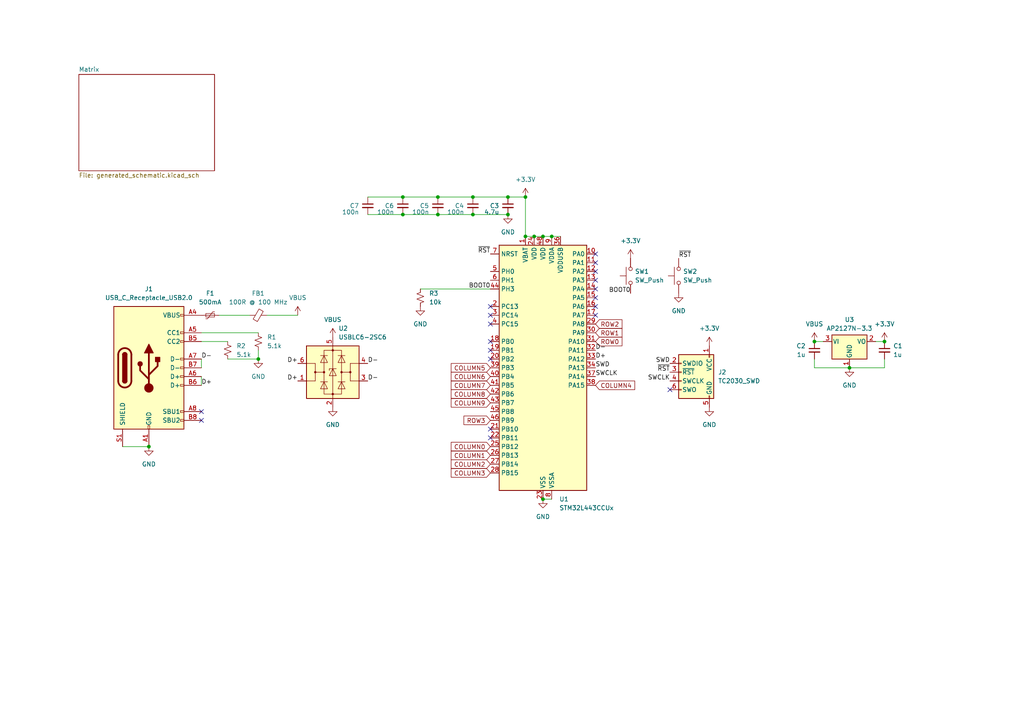
<source format=kicad_sch>
(kicad_sch (version 20230121) (generator eeschema)
  (paper "A4")
  (lib_symbols
    (symbol "Connector:USB_C_Receptacle_USB2.0" (pin_names (offset 1.016))
      (property "Reference" "J" (at -10.16 19.05 0))
      (property "Value" "USB_C_Receptacle_USB2.0" (at 19.05 19.05 0))
      (symbol "USB_C_Receptacle_USB2.0_0_0"
        (rectangle (start -0.254 -17.78) (end 0.254 -16.764))
        (rectangle (start 10.16 -14.986) (end 9.144 -15.494))
        (rectangle (start 10.16 -12.446) (end 9.144 -12.954))
        (rectangle (start 10.16 -4.826) (end 9.144 -5.334))
        (rectangle (start 10.16 -2.286) (end 9.144 -2.794))
        (rectangle (start 10.16 0.254) (end 9.144 -0.254))
        (rectangle (start 10.16 2.794) (end 9.144 2.286))
        (rectangle (start 10.16 7.874) (end 9.144 7.366))
        (rectangle (start 10.16 10.414) (end 9.144 9.906))
        (rectangle (start 10.16 15.494) (end 9.144 14.986))
      )
      (symbol "USB_C_Receptacle_USB2.0_0_1"
        (rectangle (start -10.16 17.78) (end 10.16 -17.78) (stroke (width 0.254)) (fill (type background)))
        (arc (start -8.89 -3.81) (mid -6.985 -5.7067) (end -5.08 -3.81) (stroke (width 0.508)))
        (arc (start -7.62 -3.81) (mid -6.985 -4.4423) (end -6.35 -3.81) (stroke (width 0.254)))
        (arc (start -7.62 -3.81) (mid -6.985 -4.4423) (end -6.35 -3.81) (stroke (width 0.254)) (fill (type outline)))
        (rectangle (start -7.62 -3.81) (end -6.35 3.81) (stroke (width 0.254)) (fill (type outline)))
        (arc (start -6.35 3.81) (mid -6.985 4.4423) (end -7.62 3.81) (stroke (width 0.254)))
        (arc (start -6.35 3.81) (mid -6.985 4.4423) (end -7.62 3.81) (stroke (width 0.254)) (fill (type outline)))
        (arc (start -5.08 3.81) (mid -6.985 5.7067) (end -8.89 3.81) (stroke (width 0.508)))
        (circle (center -2.54 1.143) (radius 0.635) (stroke (width 0.254)) (fill (type outline)))
        (circle (center 0 -5.842) (radius 1.27) (fill (type outline)))
        (polyline (pts (xy -8.89 -3.81) (xy -8.89 3.81)) (stroke (width 0.508)))
        (polyline (pts (xy -5.08 3.81) (xy -5.08 -3.81)) (stroke (width 0.508)))
        (polyline (pts (xy 0 -5.842) (xy 0 4.318)) (stroke (width 0.508)))
        (polyline (pts (xy 0 -3.302) (xy -2.54 -0.762) (xy -2.54 0.508)) (stroke (width 0.508)))
        (polyline (pts (xy 0 -2.032) (xy 2.54 0.508) (xy 2.54 1.778)) (stroke (width 0.508)))
        (polyline (pts (xy -1.27 4.318) (xy 0 6.858) (xy 1.27 4.318) (xy -1.27 4.318)) (stroke (width 0.254)) (fill (type outline)))
        (rectangle (start 1.905 1.778) (end 3.175 3.048) (stroke (width 0.254)) (fill (type outline)))
      )
      (symbol "USB_C_Receptacle_USB2.0_1_1"
        (pin passive line (at 0 -22.86 90) (length 5.08) (name "GND") (number "A1"))
        (pin passive line (at 0 -22.86 90) (length 5.08) hide (name "GND") (number "A12"))
        (pin passive line (at 15.24 15.24 180) (length 5.08) (name "VBUS") (number "A4"))
        (pin bidirectional line (at 15.24 10.16 180) (length 5.08) (name "CC1") (number "A5"))
        (pin bidirectional line (at 15.24 -2.54 180) (length 5.08) (name "D+") (number "A6"))
        (pin bidirectional line (at 15.24 2.54 180) (length 5.08) (name "D-") (number "A7"))
        (pin bidirectional line (at 15.24 -12.7 180) (length 5.08) (name "SBU1") (number "A8"))
        (pin passive line (at 15.24 15.24 180) (length 5.08) hide (name "VBUS") (number "A9"))
        (pin passive line (at 0 -22.86 90) (length 5.08) hide (name "GND") (number "B1"))
        (pin passive line (at 0 -22.86 90) (length 5.08) hide (name "GND") (number "B12"))
        (pin passive line (at 15.24 15.24 180) (length 5.08) hide (name "VBUS") (number "B4"))
        (pin bidirectional line (at 15.24 7.62 180) (length 5.08) (name "CC2") (number "B5"))
        (pin bidirectional line (at 15.24 -5.08 180) (length 5.08) (name "D+") (number "B6"))
        (pin bidirectional line (at 15.24 0 180) (length 5.08) (name "D-") (number "B7"))
        (pin bidirectional line (at 15.24 -15.24 180) (length 5.08) (name "SBU2") (number "B8"))
        (pin passive line (at 15.24 15.24 180) (length 5.08) hide (name "VBUS") (number "B9"))
        (pin passive line (at -7.62 -22.86 90) (length 5.08) (name "SHIELD") (number "S1"))
      )
    )
    (symbol "Device:C_Small" (pin_numbers hide) (pin_names (offset 0.254) hide)
      (property "Reference" "C" (at 0.254 1.778 0))
      (property "Value" "C_Small" (at 0.254 -2.032 0))
      (symbol "C_Small_0_1"
        (polyline (pts (xy -1.524 -0.508) (xy 1.524 -0.508)) (stroke (width 0.3302)))
        (polyline (pts (xy -1.524 0.508) (xy 1.524 0.508)) (stroke (width 0.3048)))
      )
      (symbol "C_Small_1_1"
        (pin passive line (at 0 2.54 270) (length 2.032) (name "~") (number "1"))
        (pin passive line (at 0 -2.54 90) (length 2.032) (name "~") (number "2"))
      )
    )
    (symbol "Device:FerriteBead_Small" (pin_numbers hide) (pin_names (offset 0))
      (property "Reference" "FB" (at 1.905 1.27 0))
      (property "Value" "FerriteBead_Small" (at 1.905 -1.27 0))
      (symbol "FerriteBead_Small_0_1"
        (polyline (pts (xy 0 -1.27) (xy 0 -0.7874)))
        (polyline (pts (xy 0 0.889) (xy 0 1.2954)))
        (polyline (pts (xy -1.8288 0.2794) (xy -1.1176 1.4986) (xy 1.8288 -0.2032) (xy 1.1176 -1.4224) (xy -1.8288 0.2794)))
      )
      (symbol "FerriteBead_Small_1_1"
        (pin passive line (at 0 2.54 270) (length 1.27) (name "~") (number "1"))
        (pin passive line (at 0 -2.54 90) (length 1.27) (name "~") (number "2"))
      )
    )
    (symbol "Device:Polyfuse_Small" (pin_numbers hide) (pin_names (offset 0))
      (property "Reference" "F" (at -1.905 0 90))
      (property "Value" "Polyfuse_Small" (at 1.905 0 90))
      (symbol "Polyfuse_Small_0_1"
        (rectangle (start -0.508 1.27) (end 0.508 -1.27))
        (polyline (pts (xy 0 2.54) (xy 0 -2.54)))
        (polyline (pts (xy -1.016 1.27) (xy -1.016 0.762) (xy 1.016 -0.762) (xy 1.016 -1.27)))
      )
      (symbol "Polyfuse_Small_1_1"
        (pin passive line (at 0 2.54 270) (length 0.635) (name "~") (number "1"))
        (pin passive line (at 0 -2.54 90) (length 0.635) (name "~") (number "2"))
      )
    )
    (symbol "Device:R_Small_US" (pin_numbers hide) (pin_names (offset 0.254) hide)
      (property "Reference" "R" (at 0.762 0.508 0))
      (property "Value" "R_Small_US" (at 0.762 -1.016 0))
      (symbol "R_Small_US_1_1"
        (polyline (pts (xy 0 0) (xy 1.016 -0.381) (xy 0 -0.762) (xy -1.016 -1.143) (xy 0 -1.524)))
        (polyline (pts (xy 0 1.524) (xy 1.016 1.143) (xy 0 0.762) (xy -1.016 0.381) (xy 0 0)))
        (pin passive line (at 0 2.54 270) (length 1.016) (name "~") (number "1"))
        (pin passive line (at 0 -2.54 90) (length 1.016) (name "~") (number "2"))
      )
    )
    (symbol "MCU_ST_STM32L4:STM32L443CCUx"
      (property "Reference" "U" (at -12.7 36.83 0))
      (property "Value" "STM32L443CCUx" (at 7.62 36.83 0))
      (symbol "STM32L443CCUx_0_1"
        (rectangle (start -12.7 -35.56) (end 12.7 35.56) (stroke (width 0.254)) (fill (type background)))
      )
      (symbol "STM32L443CCUx_1_1"
        (pin power_in line (at -5.08 38.1 270) (length 2.54) (name "VBAT") (number "1"))
        (pin bidirectional line (at 15.24 33.02 180) (length 2.54) (name "PA0") (number "10"))
        (pin bidirectional line (at 15.24 30.48 180) (length 2.54) (name "PA1") (number "11"))
        (pin bidirectional line (at 15.24 27.94 180) (length 2.54) (name "PA2") (number "12"))
        (pin bidirectional line (at 15.24 25.4 180) (length 2.54) (name "PA3") (number "13"))
        (pin bidirectional line (at 15.24 22.86 180) (length 2.54) (name "PA4") (number "14"))
        (pin bidirectional line (at 15.24 20.32 180) (length 2.54) (name "PA5") (number "15"))
        (pin bidirectional line (at 15.24 17.78 180) (length 2.54) (name "PA6") (number "16"))
        (pin bidirectional line (at 15.24 15.24 180) (length 2.54) (name "PA7") (number "17"))
        (pin bidirectional line (at -15.24 7.62 0) (length 2.54) (name "PB0") (number "18"))
        (pin bidirectional line (at -15.24 5.08 0) (length 2.54) (name "PB1") (number "19"))
        (pin bidirectional line (at -15.24 17.78 0) (length 2.54) (name "PC13") (number "2"))
        (pin bidirectional line (at -15.24 2.54 0) (length 2.54) (name "PB2") (number "20"))
        (pin bidirectional line (at -15.24 -17.78 0) (length 2.54) (name "PB10") (number "21"))
        (pin bidirectional line (at -15.24 -20.32 0) (length 2.54) (name "PB11") (number "22"))
        (pin power_in line (at 0 -38.1 90) (length 2.54) (name "VSS") (number "23"))
        (pin power_in line (at -2.54 38.1 270) (length 2.54) (name "VDD") (number "24"))
        (pin bidirectional line (at -15.24 -22.86 0) (length 2.54) (name "PB12") (number "25"))
        (pin bidirectional line (at -15.24 -25.4 0) (length 2.54) (name "PB13") (number "26"))
        (pin bidirectional line (at -15.24 -27.94 0) (length 2.54) (name "PB14") (number "27"))
        (pin bidirectional line (at -15.24 -30.48 0) (length 2.54) (name "PB15") (number "28"))
        (pin bidirectional line (at 15.24 12.7 180) (length 2.54) (name "PA8") (number "29"))
        (pin bidirectional line (at -15.24 15.24 0) (length 2.54) (name "PC14") (number "3"))
        (pin bidirectional line (at 15.24 10.16 180) (length 2.54) (name "PA9") (number "30"))
        (pin bidirectional line (at 15.24 7.62 180) (length 2.54) (name "PA10") (number "31"))
        (pin bidirectional line (at 15.24 5.08 180) (length 2.54) (name "PA11") (number "32"))
        (pin bidirectional line (at 15.24 2.54 180) (length 2.54) (name "PA12") (number "33"))
        (pin bidirectional line (at 15.24 0 180) (length 2.54) (name "PA13") (number "34"))
        (pin passive line (at 0 -38.1 90) (length 2.54) hide (name "VSS") (number "35"))
        (pin power_in line (at 5.08 38.1 270) (length 2.54) (name "VDDUSB") (number "36"))
        (pin bidirectional line (at 15.24 -2.54 180) (length 2.54) (name "PA14") (number "37"))
        (pin bidirectional line (at 15.24 -5.08 180) (length 2.54) (name "PA15") (number "38"))
        (pin bidirectional line (at -15.24 0 0) (length 2.54) (name "PB3") (number "39"))
        (pin bidirectional line (at -15.24 12.7 0) (length 2.54) (name "PC15") (number "4"))
        (pin bidirectional line (at -15.24 -2.54 0) (length 2.54) (name "PB4") (number "40"))
        (pin bidirectional line (at -15.24 -5.08 0) (length 2.54) (name "PB5") (number "41"))
        (pin bidirectional line (at -15.24 -7.62 0) (length 2.54) (name "PB6") (number "42"))
        (pin bidirectional line (at -15.24 -10.16 0) (length 2.54) (name "PB7") (number "43"))
        (pin bidirectional line (at -15.24 22.86 0) (length 2.54) (name "PH3") (number "44"))
        (pin bidirectional line (at -15.24 -12.7 0) (length 2.54) (name "PB8") (number "45"))
        (pin bidirectional line (at -15.24 -15.24 0) (length 2.54) (name "PB9") (number "46"))
        (pin passive line (at 0 -38.1 90) (length 2.54) hide (name "VSS") (number "47"))
        (pin power_in line (at 0 38.1 270) (length 2.54) (name "VDD") (number "48"))
        (pin passive line (at 0 -38.1 90) (length 2.54) hide (name "VSS") (number "49"))
        (pin bidirectional line (at -15.24 27.94 0) (length 2.54) (name "PH0") (number "5"))
        (pin bidirectional line (at -15.24 25.4 0) (length 2.54) (name "PH1") (number "6"))
        (pin input line (at -15.24 33.02 0) (length 2.54) (name "NRST") (number "7"))
        (pin power_in line (at 2.54 -38.1 90) (length 2.54) (name "VSSA") (number "8"))
        (pin power_in line (at 2.54 38.1 270) (length 2.54) (name "VDDA") (number "9"))
      )
    )
    (symbol "PCM_marbastlib-various:TC2030_SWD" (pin_names (offset 1.016))
      (property "Reference" "J" (at -3.81 -6.35 0))
      (property "Value" "TC2030_SWD" (at -10.16 8.89 0))
      (symbol "TC2030_SWD_0_1"
        (rectangle (start -3.81 7.62) (end 6.35 -5.08) (stroke (width 0.254)) (fill (type background)))
        (rectangle (start -3.048 -2.667) (end -3.81 -2.413))
        (rectangle (start -3.048 -0.127) (end -3.81 0.127))
        (rectangle (start -3.048 2.413) (end -3.81 2.667))
        (rectangle (start -3.048 4.953) (end -3.81 5.207))
        (rectangle (start 4.953 -5.08) (end 5.207 -4.318))
        (rectangle (start 4.953 6.858) (end 5.207 7.62))
      )
      (symbol "TC2030_SWD_1_1"
        (pin passive line (at 5.08 10.16 270) (length 2.54) (name "VCC") (number "1"))
        (pin passive line (at -6.35 5.08 0) (length 2.54) (name "SWDIO") (number "2"))
        (pin passive line (at -6.35 2.54 0) (length 2.54) (name "~{RST}") (number "3"))
        (pin passive line (at -6.35 0 0) (length 2.54) (name "SWCLK") (number "4"))
        (pin passive line (at 5.08 -7.62 90) (length 2.54) (name "GND") (number "5"))
        (pin passive line (at -6.35 -2.54 0) (length 2.54) (name "SWO") (number "6"))
      )
    )
    (symbol "Power_Protection:USBLC6-2SC6" (pin_names hide)
      (property "Reference" "U" (at 2.54 8.89 0))
      (property "Value" "USBLC6-2SC6" (at 2.54 -8.89 0))
      (symbol "USBLC6-2SC6_0_1"
        (rectangle (start -7.62 -7.62) (end 7.62 7.62) (stroke (width 0.254)) (fill (type background)))
        (circle (center -5.08 0) (radius 0.254) (fill (type outline)))
        (circle (center -2.54 0) (radius 0.254) (fill (type outline)))
        (rectangle (start -2.54 6.35) (end 2.54 -6.35))
        (circle (center 0 -6.35) (radius 0.254) (fill (type outline)))
        (polyline (pts (xy -5.08 -2.54) (xy -7.62 -2.54)))
        (polyline (pts (xy -5.08 0) (xy -5.08 -2.54)))
        (polyline (pts (xy -5.08 2.54) (xy -7.62 2.54)))
        (polyline (pts (xy -1.524 -2.794) (xy -3.556 -2.794)))
        (polyline (pts (xy -1.524 4.826) (xy -3.556 4.826)))
        (polyline (pts (xy 0 -7.62) (xy 0 -6.35)))
        (polyline (pts (xy 0 -6.35) (xy 0 1.27)))
        (polyline (pts (xy 0 1.27) (xy 0 6.35)))
        (polyline (pts (xy 0 6.35) (xy 0 7.62)))
        (polyline (pts (xy 1.524 -2.794) (xy 3.556 -2.794)))
        (polyline (pts (xy 1.524 4.826) (xy 3.556 4.826)))
        (polyline (pts (xy 5.08 -2.54) (xy 7.62 -2.54)))
        (polyline (pts (xy 5.08 0) (xy 5.08 -2.54)))
        (polyline (pts (xy 5.08 2.54) (xy 7.62 2.54)))
        (polyline (pts (xy -2.54 0) (xy -5.08 0) (xy -5.08 2.54)))
        (polyline (pts (xy 2.54 0) (xy 5.08 0) (xy 5.08 2.54)))
        (polyline (pts (xy -3.556 -4.826) (xy -1.524 -4.826) (xy -2.54 -2.794) (xy -3.556 -4.826)))
        (polyline (pts (xy -3.556 2.794) (xy -1.524 2.794) (xy -2.54 4.826) (xy -3.556 2.794)))
        (polyline (pts (xy -1.016 -1.016) (xy 1.016 -1.016) (xy 0 1.016) (xy -1.016 -1.016)))
        (polyline (pts (xy 1.016 1.016) (xy 0.762 1.016) (xy -1.016 1.016) (xy -1.016 0.508)))
        (polyline (pts (xy 3.556 -4.826) (xy 1.524 -4.826) (xy 2.54 -2.794) (xy 3.556 -4.826)))
        (polyline (pts (xy 3.556 2.794) (xy 1.524 2.794) (xy 2.54 4.826) (xy 3.556 2.794)))
        (circle (center 0 6.35) (radius 0.254) (fill (type outline)))
        (circle (center 2.54 0) (radius 0.254) (fill (type outline)))
        (circle (center 5.08 0) (radius 0.254) (fill (type outline)))
      )
      (symbol "USBLC6-2SC6_1_1"
        (pin passive line (at -10.16 -2.54 0) (length 2.54) (name "I/O1") (number "1"))
        (pin passive line (at 0 -10.16 90) (length 2.54) (name "GND") (number "2"))
        (pin passive line (at 10.16 -2.54 180) (length 2.54) (name "I/O2") (number "3"))
        (pin passive line (at 10.16 2.54 180) (length 2.54) (name "I/O2") (number "4"))
        (pin passive line (at 0 10.16 270) (length 2.54) (name "VBUS") (number "5"))
        (pin passive line (at -10.16 2.54 0) (length 2.54) (name "I/O1") (number "6"))
      )
    )
    (symbol "Regulator_Linear:AP2127N-3.3" (pin_names (offset 0.254))
      (property "Reference" "U" (at -3.81 3.175 0))
      (property "Value" "AP2127N-3.3" (at 0 3.175 0))
      (symbol "AP2127N-3.3_0_1"
        (rectangle (start -5.08 1.905) (end 5.08 -5.08) (stroke (width 0.254)) (fill (type background)))
      )
      (symbol "AP2127N-3.3_1_1"
        (pin power_in line (at 0 -7.62 90) (length 2.54) (name "GND") (number "1"))
        (pin power_out line (at 7.62 0 180) (length 2.54) (name "VO") (number "2"))
        (pin power_in line (at -7.62 0 0) (length 2.54) (name "VI") (number "3"))
      )
    )
    (symbol "Switch:SW_Push" (pin_numbers hide) (pin_names (offset 1.016) hide)
      (property "Reference" "SW" (at 1.27 2.54 0))
      (property "Value" "SW_Push" (at 0 -1.524 0))
      (symbol "SW_Push_0_1"
        (circle (center -2.032 0) (radius 0.508))
        (polyline (pts (xy 0 1.27) (xy 0 3.048)))
        (polyline (pts (xy 2.54 1.27) (xy -2.54 1.27)))
        (circle (center 2.032 0) (radius 0.508))
        (pin passive line (at -5.08 0 0) (length 2.54) (name "1") (number "1"))
        (pin passive line (at 5.08 0 180) (length 2.54) (name "2") (number "2"))
      )
    )
    (symbol "power:+3.3V" (power) (pin_names (offset 0))
      (property "Value" "+3.3V" (at 0 3.556 0))
      (symbol "+3.3V_0_1"
        (polyline (pts (xy -0.762 1.27) (xy 0 2.54)))
        (polyline (pts (xy 0 0) (xy 0 2.54)))
        (polyline (pts (xy 0 2.54) (xy 0.762 1.27)))
      )
      (symbol "+3.3V_1_1"
        (pin power_in line (at 0 0 90) (length 0) hide (name "+3.3V") (number "1"))
      )
    )
    (symbol "power:GND" (power) (pin_names (offset 0))
      (property "Value" "GND" (at 0 -3.81 0))
      (symbol "GND_0_1"
        (polyline (pts (xy 0 0) (xy 0 -1.27) (xy 1.27 -1.27) (xy 0 -2.54) (xy -1.27 -1.27) (xy 0 -1.27)))
      )
      (symbol "GND_1_1"
        (pin power_in line (at 0 0 270) (length 0) hide (name "GND") (number "1"))
      )
    )
    (symbol "power:VBUS" (power) (pin_names (offset 0))
      (property "Value" "VBUS" (at 0 3.81 0))
      (symbol "VBUS_0_1"
        (polyline (pts (xy -0.762 1.27) (xy 0 2.54)))
        (polyline (pts (xy 0 0) (xy 0 2.54)))
        (polyline (pts (xy 0 2.54) (xy 0.762 1.27)))
      )
      (symbol "VBUS_1_1"
        (pin power_in line (at 0 0 90) (length 0) hide (name "VBUS") (number "1"))
      )
    )
  )
  (junction (at 137.16 57.15))
  (junction (at 256.54 99.06))
  (junction (at 147.32 62.23))
  (junction (at 160.02 68.58))
  (junction (at 74.93 104.14))
  (junction (at 43.18 129.54))
  (junction (at 147.32 57.15))
  (junction (at 157.48 144.78))
  (junction (at 246.38 106.68))
  (junction (at 154.94 68.58))
  (junction (at 116.84 57.15))
  (junction (at 236.22 99.06))
  (junction (at 152.4 68.58))
  (junction (at 152.4 57.15))
  (junction (at 127 62.23))
  (junction (at 157.48 68.58))
  (junction (at 127 57.15))
  (junction (at 116.84 62.23))
  (junction (at 137.16 62.23))
  (no_connect (at 142.24 88.9))
  (no_connect (at 172.72 78.74))
  (no_connect (at 194.31 113.03))
  (no_connect (at 142.24 124.46))
  (no_connect (at 142.24 93.98))
  (no_connect (at 142.24 101.6))
  (no_connect (at 172.72 88.9))
  (no_connect (at 172.72 86.36))
  (no_connect (at 142.24 99.06))
  (no_connect (at 142.24 91.44))
  (no_connect (at 172.72 91.44))
  (no_connect (at 172.72 81.28))
  (no_connect (at 142.24 127))
  (no_connect (at 172.72 73.66))
  (no_connect (at 172.72 83.82))
  (no_connect (at 142.24 104.14))
  (no_connect (at 58.42 121.92))
  (no_connect (at 172.72 76.2))
  (no_connect (at 58.42 119.38))
  (wire (pts (xy 157.48 68.58) (xy 160.02 68.58)))
  (wire (pts (xy 74.93 104.14) (xy 74.93 101.6)))
  (wire (pts (xy 58.42 104.14) (xy 58.42 106.68)))
  (wire (pts (xy 236.22 99.06) (xy 238.76 99.06)))
  (wire (pts (xy 154.94 68.58) (xy 157.48 68.58)))
  (wire (pts (xy 116.84 57.15) (xy 106.68 57.15)))
  (wire (pts (xy 58.42 109.22) (xy 58.42 111.76)))
  (wire (pts (xy 147.32 62.23) (xy 137.16 62.23)))
  (wire (pts (xy 66.04 104.14) (xy 74.93 104.14)))
  (wire (pts (xy 35.56 129.54) (xy 43.18 129.54)))
  (wire (pts (xy 147.32 57.15) (xy 152.4 57.15)))
  (wire (pts (xy 74.93 96.52) (xy 58.42 96.52)))
  (wire (pts (xy 121.92 83.82) (xy 142.24 83.82)))
  (wire (pts (xy 86.36 91.44) (xy 77.47 91.44)))
  (wire (pts (xy 157.48 144.78) (xy 160.02 144.78)))
  (wire (pts (xy 256.54 104.14) (xy 256.54 106.68)))
  (wire (pts (xy 160.02 68.58) (xy 162.56 68.58)))
  (wire (pts (xy 72.39 91.44) (xy 63.5 91.44)))
  (wire (pts (xy 236.22 104.14) (xy 236.22 106.68)))
  (wire (pts (xy 152.4 57.15) (xy 152.4 68.58)))
  (wire (pts (xy 147.32 57.15) (xy 137.16 57.15)))
  (wire (pts (xy 152.4 68.58) (xy 154.94 68.58)))
  (wire (pts (xy 236.22 106.68) (xy 246.38 106.68)))
  (wire (pts (xy 137.16 62.23) (xy 127 62.23)))
  (wire (pts (xy 137.16 57.15) (xy 127 57.15)))
  (wire (pts (xy 116.84 62.23) (xy 106.68 62.23)))
  (wire (pts (xy 127 57.15) (xy 116.84 57.15)))
  (wire (pts (xy 127 62.23) (xy 116.84 62.23)))
  (wire (pts (xy 58.42 99.06) (xy 66.04 99.06)))
  (wire (pts (xy 256.54 99.06) (xy 254 99.06)))
  (wire (pts (xy 256.54 106.68) (xy 246.38 106.68)))
  (label "BOOT0" (at 142.24 83.82 180))
  (label "D+" (at 58.42 111.76 0))
  (label "SWCLK" (at 172.72 109.22 0))
  (label "D+" (at 86.36 105.41 180))
  (label "D-" (at 172.72 101.6 0))
  (label "SWCLK" (at 194.31 110.49 180))
  (label "D+" (at 172.72 104.14 0))
  (label "D+" (at 86.36 110.49 180))
  (label "SWD" (at 172.72 106.68 0))
  (label "D-" (at 58.42 104.14 0))
  (label "SWD" (at 194.31 105.41 180))
  (label "~{RST}" (at 196.85 74.93 0))
  (label "~{RST}" (at 194.31 107.95 180))
  (label "D-" (at 106.68 110.49 0))
  (label "~{RST}" (at 142.24 73.66 180))
  (label "BOOT0" (at 182.88 85.09 180))
  (label "D-" (at 106.68 105.41 0))
  (global_label "ROW2" (shape input) (at 172.72 93.98 0) (property "Intersheetrefs" "${INTERSHEET_REFS}" (effects hide)))
  (global_label "COLUMN1" (shape input) (at 142.24 132.08 180) (property "Intersheetrefs" "${INTERSHEET_REFS}" (effects hide)))
  (global_label "ROW0" (shape input) (at 172.72 99.06 0) (property "Intersheetrefs" "${INTERSHEET_REFS}" (effects hide)))
  (global_label "COLUMN5" (shape input) (at 142.24 106.68 180) (property "Intersheetrefs" "${INTERSHEET_REFS}" (effects hide)))
  (global_label "COLUMN2" (shape input) (at 142.24 134.62 180) (property "Intersheetrefs" "${INTERSHEET_REFS}" (effects hide)))
  (global_label "COLUMN6" (shape input) (at 142.24 109.22 180) (property "Intersheetrefs" "${INTERSHEET_REFS}" (effects hide)))
  (global_label "COLUMN9" (shape input) (at 142.24 116.84 180) (property "Intersheetrefs" "${INTERSHEET_REFS}" (effects hide)))
  (global_label "ROW1" (shape input) (at 172.72 96.52 0) (property "Intersheetrefs" "${INTERSHEET_REFS}" (effects hide)))
  (global_label "COLUMN0" (shape input) (at 142.24 129.54 180) (property "Intersheetrefs" "${INTERSHEET_REFS}" (effects hide)))
  (global_label "ROW3" (shape input) (at 142.24 121.92 180) (property "Intersheetrefs" "${INTERSHEET_REFS}" (effects hide)))
  (global_label "COLUMN8" (shape input) (at 142.24 114.3 180) (property "Intersheetrefs" "${INTERSHEET_REFS}" (effects hide)))
  (global_label "COLUMN3" (shape input) (at 142.24 137.16 180) (property "Intersheetrefs" "${INTERSHEET_REFS}" (effects hide)))
  (global_label "COLUMN7" (shape input) (at 142.24 111.76 180) (property "Intersheetrefs" "${INTERSHEET_REFS}" (effects hide)))
  (global_label "COLUMN4" (shape input) (at 172.72 111.76 0) (property "Intersheetrefs" "${INTERSHEET_REFS}" (effects hide)))
  (symbol (lib_id "power:+3.3V") (at 152.4 57.15 0) (unit 1)
    (property "Reference" "#PWR09" (effects hide))
    (property "Value" "+3.3V" (at 152.4 52.07 0))
  )
  (symbol (lib_id "power:VBUS") (at 96.52 97.79 0) (unit 1)
    (property "Reference" "#PWR04" (effects hide))
    (property "Value" "VBUS" (at 96.52 92.71 0))
  )
  (symbol (lib_id "Switch:SW_Push") (at 196.85 80.01 90) (unit 1)
    (property "Reference" "SW2" (at 198.12 78.74 90) (effects (justify right)))
    (property "Value" "SW_Push" (at 198.12 81.28 90) (effects (justify right)))
    (property "Footprint" "PCM_marbastlib-various:SW_SPST_SKQG_WithStem" (effects hide))
    (property "LCSC" "C318884" (effects hide))
  )
  (symbol (lib_id "power:GND") (at 157.48 144.78 0) (unit 1)
    (property "Reference" "#PWR010" (effects hide))
    (property "Value" "GND" (at 157.48 149.86 0))
  )
  (symbol (lib_id "Connector:USB_C_Receptacle_USB2.0") (at 43.18 106.68 0) (unit 1)
    (property "Reference" "J1" (at 43.18 83.82 0))
    (property "Value" "USB_C_Receptacle_USB2.0" (at 43.18 86.36 0))
    (property "Footprint" "Connector_USB:USB_C_Receptacle_HRO_TYPE-C-31-M-12" (effects hide))
    (property "Datasheet" "https://www.usb.org/sites/default/files/documents/usb_type-c.zip" (effects hide))
    (property "LCSC" "C165948" (effects hide))
  )
  (symbol (lib_id "Power_Protection:USBLC6-2SC6") (at 96.52 107.95 0) (unit 1)
    (property "Reference" "U2" (at 98.1711 95.25 0) (effects (justify left)))
    (property "Value" "USBLC6-2SC6" (at 98.1711 97.79 0) (effects (justify left)))
    (property "Footprint" "Package_TO_SOT_SMD:SOT-23-6" (effects hide))
    (property "Datasheet" "https://www.st.com/resource/en/datasheet/usblc6-2.pdf" (effects hide))
    (property "LCSC" "C7519" (effects hide))
  )
  (symbol (lib_id "power:GND") (at 121.92 88.9 0) (unit 1)
    (property "Reference" "#PWR011" (effects hide))
    (property "Value" "GND" (at 121.92 93.98 0))
  )
  (symbol (lib_id "Device:C_Small") (at 106.68 59.69 0) (mirror y) (unit 1)
    (property "Reference" "C7" (at 104.14 59.69 0) (effects (justify left)))
    (property "Value" "100n" (at 104.1743 61.5173 0) (effects (justify left)))
    (property "Footprint" "Capacitor_SMD:C_0402_1005Metric" (effects hide))
    (property "LCSC" "C169292" (effects hide))
  )
  (symbol (lib_id "Device:Polyfuse_Small") (at 60.96 91.44 90) (unit 1)
    (property "Reference" "F1" (at 60.96 85.09 90))
    (property "Value" "500mA" (at 60.96 87.63 90))
    (property "Footprint" "Fuse:Fuse_0805_2012Metric" (effects hide))
    (property "LCSC" "C2833485" (effects hide))
  )
  (symbol (lib_id "power:GND") (at 74.93 104.14 0) (unit 1)
    (property "Reference" "#PWR01" (effects hide))
    (property "Value" "GND" (at 74.93 109.22 0))
  )
  (symbol (lib_id "power:GND") (at 205.74 118.11 0) (unit 1)
    (property "Reference" "#PWR014" (effects hide))
    (property "Value" "GND" (at 205.74 123.19 0))
  )
  (symbol (lib_id "power:+3.3V") (at 205.74 100.33 0) (unit 1)
    (property "Reference" "#PWR016" (effects hide))
    (property "Value" "+3.3V" (at 205.74 95.25 0))
  )
  (symbol (lib_id "Device:R_Small_US") (at 66.04 101.6 0) (unit 1)
    (property "Reference" "R2" (at 68.58 100.33 0) (effects (justify left)))
    (property "Value" "5.1k" (at 68.58 102.87 0) (effects (justify left)))
    (property "Footprint" "Resistor_SMD:R_0402_1005Metric" (effects hide))
    (property "LCSC" "C2906948" (effects hide))
  )
  (symbol (lib_id "power:GND") (at 147.32 62.23 0) (mirror y) (unit 1)
    (property "Reference" "#PWR015" (effects hide))
    (property "Value" "GND" (at 147.32 67.31 0))
  )
  (symbol (lib_id "power:VBUS") (at 236.22 99.06 0) (unit 1)
    (property "Reference" "#PWR06" (effects hide))
    (property "Value" "VBUS" (at 236.22 93.98 0))
  )
  (symbol (lib_id "power:GND") (at 196.85 85.09 0) (unit 1)
    (property "Reference" "#PWR013" (effects hide))
    (property "Value" "GND" (at 196.85 90.17 0))
  )
  (symbol (lib_id "power:GND") (at 96.52 118.11 0) (unit 1)
    (property "Reference" "#PWR05" (effects hide))
    (property "Value" "GND" (at 96.52 123.19 0))
  )
  (symbol (lib_id "Device:C_Small") (at 127 59.69 0) (mirror y) (unit 1)
    (property "Reference" "C5" (at 124.46 59.69 0) (effects (justify left)))
    (property "Value" "100n" (at 124.4943 61.5173 0) (effects (justify left)))
    (property "Footprint" "Capacitor_SMD:C_0402_1005Metric" (effects hide))
    (property "LCSC" "C169292" (effects hide))
  )
  (symbol (lib_id "Device:C_Small") (at 137.16 59.69 0) (mirror y) (unit 1)
    (property "Reference" "C4" (at 134.62 59.69 0) (effects (justify left)))
    (property "Value" "100n" (at 134.6543 61.5173 0) (effects (justify left)))
    (property "Footprint" "Capacitor_SMD:C_0402_1005Metric" (effects hide))
    (property "LCSC" "C169292" (effects hide))
  )
  (symbol (lib_id "Device:C_Small") (at 236.22 101.6 0) (mirror y) (unit 1)
    (property "Reference" "C2" (at 233.68 100.3363 0) (effects (justify left)))
    (property "Value" "1u" (at 233.68 102.8763 0) (effects (justify left)))
    (property "Footprint" "Capacitor_SMD:C_0402_1005Metric" (effects hide))
    (property "LCSC" "C15684" (effects hide))
  )
  (symbol (lib_id "Device:C_Small") (at 116.84 59.69 0) (mirror y) (unit 1)
    (property "Reference" "C6" (at 114.3 59.69 0) (effects (justify left)))
    (property "Value" "100n" (at 114.3343 61.5173 0) (effects (justify left)))
    (property "Footprint" "Capacitor_SMD:C_0402_1005Metric" (effects hide))
    (property "LCSC" "C169292" (effects hide))
  )
  (symbol (lib_id "Device:FerriteBead_Small") (at 74.93 91.44 90) (unit 1)
    (property "Reference" "FB1" (at 74.8919 85.09 90))
    (property "Value" "100R @ 100 MHz" (at 74.8919 87.63 90))
    (property "Footprint" "Inductor_SMD:L_0603_1608Metric" (effects hide))
    (property "LCSC" "C14709" (effects hide))
  )
  (symbol (lib_id "Device:C_Small") (at 256.54 101.6 0) (unit 1)
    (property "Reference" "C1" (at 259.08 100.3363 0) (effects (justify left)))
    (property "Value" "1u" (at 259.08 102.8763 0) (effects (justify left)))
    (property "Footprint" "Capacitor_SMD:C_0402_1005Metric" (effects hide))
    (property "LCSC" "C15684" (effects hide))
  )
  (symbol (lib_id "power:GND") (at 43.18 129.54 0) (unit 1)
    (property "Reference" "#PWR02" (effects hide))
    (property "Value" "GND" (at 43.18 134.62 0))
  )
  (symbol (lib_id "Device:R_Small_US") (at 121.92 86.36 0) (mirror y) (unit 1)
    (property "Reference" "R3" (at 124.46 85.09 0) (effects (justify right)))
    (property "Value" "10k" (at 124.46 87.63 0) (effects (justify right)))
    (property "Footprint" "Resistor_SMD:R_0402_1005Metric" (effects hide))
    (property "LCSC" "C60490" (effects hide))
  )
  (symbol (lib_id "Regulator_Linear:AP2127N-3.3") (at 246.38 99.06 0) (unit 1)
    (property "Reference" "U3" (at 246.38 92.71 0))
    (property "Value" "AP2127N-3.3" (at 246.38 95.25 0))
    (property "Footprint" "Package_TO_SOT_SMD:SOT-23" (effects hide))
    (property "Datasheet" "https://www.diodes.com/assets/Datasheets/AP2127.pdf" (effects hide))
    (property "LCSC" "C347222" (effects hide))
  )
  (symbol (lib_id "power:GND") (at 246.38 106.68 0) (unit 1)
    (property "Reference" "#PWR08" (effects hide))
    (property "Value" "GND" (at 246.38 111.76 0))
  )
  (symbol (lib_id "Device:C_Small") (at 147.32 59.69 0) (mirror y) (unit 1)
    (property "Reference" "C3" (at 144.78 59.69 0) (effects (justify left)))
    (property "Value" "4.7u" (at 144.8143 61.5173 0) (effects (justify left)))
    (property "Footprint" "Capacitor_SMD:C_0402_1005Metric" (effects hide))
    (property "LCSC" "C368809" (effects hide))
  )
  (symbol (lib_id "PCM_marbastlib-various:TC2030_SWD") (at 200.66 110.49 0) (unit 1)
    (property "Reference" "J2" (at 208.28 107.95 0) (effects (justify left)))
    (property "Value" "TC2030_SWD" (at 208.28 110.49 0) (effects (justify left)))
    (property "Footprint" "PCM_marbastlib-various:CON_TC2030_outlined" (effects hide))
    (property "Datasheet" " ~" (effects hide))
  )
  (symbol (lib_id "MCU_ST_STM32L4:STM32L443CCUx") (at 157.48 106.68 0) (unit 1)
    (property "Reference" "U1" (at 162.2141 144.78 0) (effects (justify left)))
    (property "Value" "STM32L443CCUx" (at 162.2141 147.32 0) (effects (justify left)))
    (property "Footprint" "Package_DFN_QFN:QFN-48-1EP_7x7mm_P0.5mm_EP5.6x5.6mm_ThermalVias" (effects hide))
    (property "Datasheet" "https://www.st.com/resource/en/datasheet/stm32l443cc.pdf" (effects hide))
    (property "LCSC" "C1338637" (effects hide))
  )
  (symbol (lib_id "Switch:SW_Push") (at 182.88 80.01 90) (unit 1)
    (property "Reference" "SW1" (at 184.15 78.74 90) (effects (justify right)))
    (property "Value" "SW_Push" (at 184.15 81.28 90) (effects (justify right)))
    (property "Footprint" "PCM_marbastlib-various:SW_SPST_SKQG_WithStem" (effects hide))
    (property "LCSC" "C318884" (effects hide))
  )
  (symbol (lib_id "power:+3.3V") (at 182.88 74.93 0) (unit 1)
    (property "Reference" "#PWR012" (effects hide))
    (property "Value" "+3.3V" (at 182.88 69.85 0))
  )
  (symbol (lib_id "power:VBUS") (at 86.36 91.44 0) (unit 1)
    (property "Reference" "#PWR03" (effects hide))
    (property "Value" "VBUS" (at 86.36 86.36 0))
  )
  (symbol (lib_id "Device:R_Small_US") (at 74.93 99.06 0) (unit 1)
    (property "Reference" "R1" (at 77.47 97.79 0) (effects (justify left)))
    (property "Value" "5.1k" (at 77.47 100.33 0) (effects (justify left)))
    (property "Footprint" "Resistor_SMD:R_0402_1005Metric" (effects hide))
    (property "LCSC" "C2906948" (effects hide))
  )
  (symbol (lib_id "power:+3.3V") (at 256.54 99.06 0) (unit 1)
    (property "Reference" "#PWR07" (effects hide))
    (property "Value" "+3.3V" (at 256.54 93.98 0))
  )
  (sheet (at 22.86 21.59) (size 39.37 27.94) (stroke (width 0.1524))
    (property "Sheetname" "Matrix" (at 22.86 20.8784 0) (effects (justify left bottom)))
    (property "Sheetfile" "generated_schematic.kicad_sch" (at 22.86 50.1146 0) (effects (justify left top)))
  )
)
</source>
